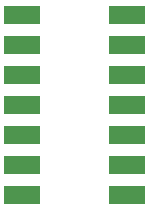
<source format=gbr>
%TF.GenerationSoftware,KiCad,Pcbnew,7.0.7*%
%TF.CreationDate,2023-08-20T03:56:38-07:00*%
%TF.ProjectId,Trial1,54726961-6c31-42e6-9b69-6361645f7063,rev?*%
%TF.SameCoordinates,Original*%
%TF.FileFunction,Paste,Top*%
%TF.FilePolarity,Positive*%
%FSLAX46Y46*%
G04 Gerber Fmt 4.6, Leading zero omitted, Abs format (unit mm)*
G04 Created by KiCad (PCBNEW 7.0.7) date 2023-08-20 03:56:38*
%MOMM*%
%LPD*%
G01*
G04 APERTURE LIST*
%ADD10R,3.100000X1.600000*%
G04 APERTURE END LIST*
D10*
%TO.C,U1*%
X135175000Y-91370000D03*
X135175000Y-93910000D03*
X135175000Y-96450000D03*
X135175000Y-98990000D03*
X135175000Y-101530000D03*
X135175000Y-104070000D03*
X135175000Y-106610000D03*
X126285000Y-106610000D03*
X126285000Y-104070000D03*
X126285000Y-101530000D03*
X126285000Y-98990000D03*
X126285000Y-96450000D03*
X126285000Y-93910000D03*
X126285000Y-91370000D03*
%TD*%
M02*

</source>
